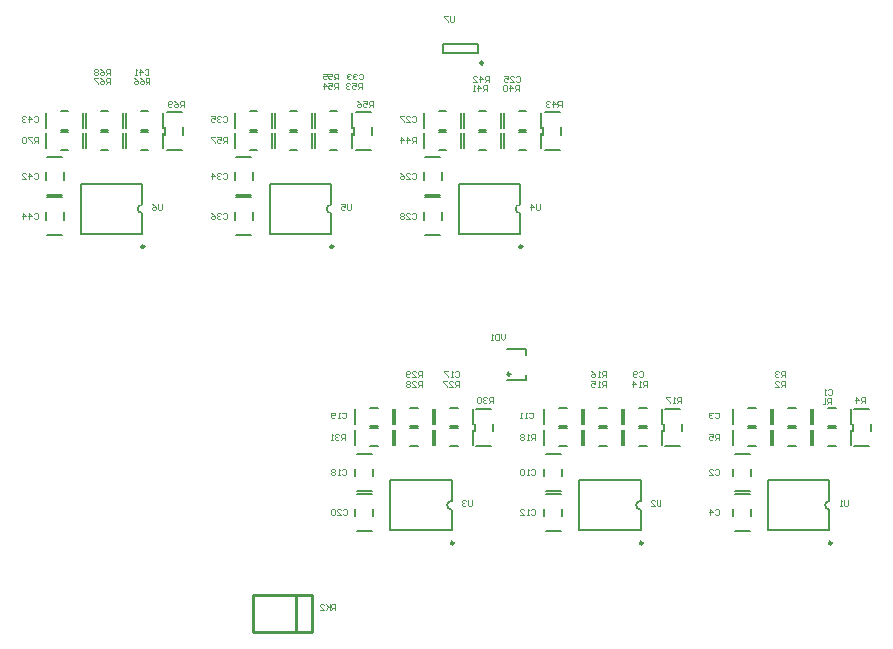
<source format=gbo>
G04*
G04 #@! TF.GenerationSoftware,Altium Limited,Altium Designer,20.1.10 (176)*
G04*
G04 Layer_Color=32896*
%FSAX42Y42*%
%MOMM*%
G71*
G04*
G04 #@! TF.SameCoordinates,63434018-A3C6-436E-83B0-3C2E02A57827*
G04*
G04*
G04 #@! TF.FilePolarity,Positive*
G04*
G01*
G75*
%ADD10C,0.25*%
%ADD12C,0.20*%
%ADD13C,0.15*%
%ADD14C,0.10*%
%ADD88C,0.25*%
D10*
X003288Y000736D02*
Y001054D01*
X003149D02*
X003288D01*
X003149Y000736D02*
Y001054D01*
Y000736D02*
X003288D01*
X002793Y001054D02*
X003149D01*
X002793Y000736D02*
Y001054D01*
Y000736D02*
X003149D01*
D12*
X001850Y004357D02*
G03*
X001850Y004283I000000J-000037D01*
G01*
X007670Y001847D02*
G03*
X007670Y001773I000000J-000037D01*
G01*
X004470Y001847D02*
G03*
X004470Y001773I000000J-000037D01*
G01*
X005050Y004357D02*
G03*
X005050Y004283I000000J-000037D01*
G01*
X003450Y004357D02*
G03*
X003450Y004283I000000J-000037D01*
G01*
X006070Y001847D02*
G03*
X006070Y001773I000000J-000037D01*
G01*
X004690Y005642D02*
Y005712D01*
X004400Y005642D02*
Y005712D01*
Y005642D02*
X004690D01*
X004400Y005712D02*
X004690D01*
X005100Y003085D02*
Y003130D01*
Y002870D02*
Y002915D01*
X004938Y002870D02*
X005100D01*
X004938Y003130D02*
X005100D01*
X001330Y004110D02*
X001850D01*
X001330D02*
Y004526D01*
Y004530D02*
X001850D01*
Y004357D02*
Y004530D01*
Y004110D02*
Y004283D01*
X007150Y001600D02*
X007670D01*
X007150D02*
Y002016D01*
Y002020D02*
X007670D01*
Y001847D02*
Y002020D01*
Y001600D02*
Y001773D01*
X003950Y001600D02*
X004470D01*
X003950D02*
Y002016D01*
Y002020D02*
X004470D01*
Y001847D02*
Y002020D01*
Y001600D02*
Y001773D01*
X004530Y004110D02*
X005050D01*
X004530D02*
Y004526D01*
Y004530D02*
X005050D01*
Y004357D02*
Y004530D01*
Y004110D02*
Y004283D01*
X002930Y004110D02*
X003450D01*
X002930D02*
Y004526D01*
Y004530D02*
X003450D01*
Y004357D02*
Y004530D01*
Y004110D02*
Y004283D01*
X005550Y001600D02*
X006070D01*
X005550D02*
Y002016D01*
Y002020D02*
X006070D01*
Y001847D02*
Y002020D01*
Y001600D02*
Y001773D01*
D13*
X002952Y004831D02*
Y004958D01*
X002635Y004831D02*
Y004958D01*
X002762Y004971D02*
X002825D01*
X002762Y004819D02*
X002825D01*
X003290Y005004D02*
Y005131D01*
X002973Y005004D02*
Y005131D01*
X003100Y005144D02*
X003163D01*
X003100Y004991D02*
X003163D01*
X003290Y004831D02*
Y004958D01*
X002973Y004831D02*
Y004958D01*
X003100Y004971D02*
X003163D01*
X003100Y004819D02*
X003163D01*
X002648Y004419D02*
X002775D01*
X002648Y004101D02*
X002775D01*
X002635Y004228D02*
Y004292D01*
X002787Y004228D02*
Y004292D01*
X002648Y004439D02*
X002775D01*
X002648Y004756D02*
X002775D01*
X002787Y004566D02*
Y004629D01*
X002635Y004566D02*
Y004629D01*
X003628Y004831D02*
Y004958D01*
X003310Y004831D02*
Y004958D01*
X003437Y004971D02*
X003501D01*
X003437Y004819D02*
X003501D01*
X002952Y005004D02*
Y005131D01*
X002635Y005004D02*
Y005131D01*
X002762Y005144D02*
X002825D01*
X002762Y004991D02*
X002825D01*
X001162Y004819D02*
X001225D01*
X001162Y004971D02*
X001225D01*
X001035Y004831D02*
Y004958D01*
X001352Y004831D02*
Y004958D01*
X002200Y004948D02*
Y005012D01*
X002048Y004948D02*
Y005012D01*
X002061Y004821D02*
X002188D01*
X002061Y005138D02*
X002188D01*
X001500Y004991D02*
X001563D01*
X001500Y005144D02*
X001563D01*
X001373Y005004D02*
Y005131D01*
X001690Y005004D02*
Y005131D01*
X001500Y004819D02*
X001563D01*
X001500Y004971D02*
X001563D01*
X001373Y004831D02*
Y004958D01*
X001690Y004831D02*
Y004958D01*
X001837Y004819D02*
X001901D01*
X001837Y004971D02*
X001901D01*
X001710Y004831D02*
Y004958D01*
X002028Y004831D02*
Y004958D01*
X001187Y004228D02*
Y004292D01*
X001035Y004228D02*
Y004292D01*
X001048Y004101D02*
X001175D01*
X001048Y004419D02*
X001175D01*
X001035Y004566D02*
Y004629D01*
X001187Y004566D02*
Y004629D01*
X001048Y004756D02*
X001175D01*
X001048Y004439D02*
X001175D01*
X001162Y004991D02*
X001225D01*
X001162Y005144D02*
X001225D01*
X001035Y005004D02*
Y005131D01*
X001352Y005004D02*
Y005131D01*
X001837Y004991D02*
X001901D01*
X001837Y005144D02*
X001901D01*
X001710Y005004D02*
Y005131D01*
X002028Y005004D02*
Y005131D01*
X005720Y002481D02*
X005783D01*
X005720Y002634D02*
X005783D01*
X005593Y002494D02*
Y002621D01*
X005910Y002494D02*
Y002621D01*
X004120Y002481D02*
X004183D01*
X004120Y002634D02*
X004183D01*
X003993Y002494D02*
Y002621D01*
X004310Y002494D02*
Y002621D01*
X004700Y004991D02*
X004763D01*
X004700Y005144D02*
X004763D01*
X004573Y005004D02*
Y005131D01*
X004890Y005004D02*
Y005131D01*
X007657Y002481D02*
X007721D01*
X007657Y002634D02*
X007721D01*
X007530Y002494D02*
Y002621D01*
X007848Y002494D02*
Y002621D01*
X006855Y002056D02*
Y002119D01*
X007007Y002056D02*
Y002119D01*
X006868Y002246D02*
X006995D01*
X006868Y001929D02*
X006995D01*
X006982Y002481D02*
X007045D01*
X006982Y002634D02*
X007045D01*
X006855Y002494D02*
Y002621D01*
X007172Y002494D02*
Y002621D01*
X007007Y001718D02*
Y001782D01*
X006855Y001718D02*
Y001782D01*
X006868Y001591D02*
X006995D01*
X006868Y001909D02*
X006995D01*
X007657Y002309D02*
X007721D01*
X007657Y002461D02*
X007721D01*
X007530Y002322D02*
Y002449D01*
X007848Y002322D02*
Y002449D01*
X007320Y002309D02*
X007383D01*
X007320Y002461D02*
X007383D01*
X007193Y002322D02*
Y002449D01*
X007510Y002322D02*
Y002449D01*
X007320Y002481D02*
X007383D01*
X007320Y002634D02*
X007383D01*
X007193Y002494D02*
Y002621D01*
X007510Y002494D02*
Y002621D01*
X006982Y002309D02*
X007045D01*
X006982Y002461D02*
X007045D01*
X006855Y002322D02*
Y002449D01*
X007172Y002322D02*
Y002449D01*
X008020Y002438D02*
Y002501D01*
X007868Y002438D02*
Y002501D01*
X007881Y002311D02*
X008008D01*
X007881Y002628D02*
X008008D01*
X003782Y002309D02*
X003845D01*
X003782Y002461D02*
X003845D01*
X003655Y002322D02*
Y002449D01*
X003972Y002322D02*
Y002449D01*
X004362Y004819D02*
X004425D01*
X004362Y004971D02*
X004425D01*
X004235Y004831D02*
Y004958D01*
X004552Y004831D02*
Y004958D01*
X005382Y002309D02*
X005445D01*
X005382Y002461D02*
X005445D01*
X005255Y002322D02*
Y002449D01*
X005572Y002322D02*
Y002449D01*
X004457Y002481D02*
X004521D01*
X004457Y002634D02*
X004521D01*
X004330Y002494D02*
Y002621D01*
X004648Y002494D02*
Y002621D01*
X003782Y002481D02*
X003845D01*
X003782Y002634D02*
X003845D01*
X003655Y002494D02*
Y002621D01*
X003972Y002494D02*
Y002621D01*
X003655Y002056D02*
Y002119D01*
X003807Y002056D02*
Y002119D01*
X003668Y002247D02*
X003795D01*
X003668Y001929D02*
X003795D01*
X003807Y001718D02*
Y001782D01*
X003655Y001718D02*
Y001782D01*
X003668Y001591D02*
X003795D01*
X003668Y001909D02*
X003795D01*
X004457Y002309D02*
X004521D01*
X004457Y002461D02*
X004521D01*
X004330Y002322D02*
Y002449D01*
X004648Y002322D02*
Y002449D01*
X004120Y002309D02*
X004183D01*
X004120Y002461D02*
X004183D01*
X003993Y002322D02*
Y002449D01*
X004310Y002322D02*
Y002449D01*
X004820Y002438D02*
Y002501D01*
X004668Y002438D02*
Y002501D01*
X004681Y002311D02*
X004808D01*
X004681Y002628D02*
X004808D01*
X005037Y004991D02*
X005101D01*
X005037Y005144D02*
X005101D01*
X004910Y005004D02*
Y005131D01*
X005228Y005004D02*
Y005131D01*
X004362Y004991D02*
X004425D01*
X004362Y005144D02*
X004425D01*
X004235Y005004D02*
Y005131D01*
X004552Y005004D02*
Y005131D01*
X004235Y004566D02*
Y004629D01*
X004387Y004566D02*
Y004629D01*
X004248Y004756D02*
X004375D01*
X004248Y004439D02*
X004375D01*
X004387Y004228D02*
Y004292D01*
X004235Y004228D02*
Y004292D01*
X004248Y004101D02*
X004375D01*
X004248Y004419D02*
X004375D01*
X005037Y004819D02*
X005101D01*
X005037Y004971D02*
X005101D01*
X004910Y004831D02*
Y004958D01*
X005228Y004831D02*
Y004958D01*
X004700Y004819D02*
X004763D01*
X004700Y004971D02*
X004763D01*
X004573Y004831D02*
Y004958D01*
X004890Y004831D02*
Y004958D01*
X005400Y004948D02*
Y005012D01*
X005248Y004948D02*
Y005012D01*
X005261Y004821D02*
X005388D01*
X005261Y005138D02*
X005388D01*
X003437Y004991D02*
X003501D01*
X003437Y005144D02*
X003501D01*
X003310Y005004D02*
Y005131D01*
X003628Y005004D02*
Y005131D01*
X003800Y004948D02*
Y005012D01*
X003648Y004948D02*
Y005012D01*
X003661Y004821D02*
X003788D01*
X003661Y005138D02*
X003788D01*
X005255Y002056D02*
Y002119D01*
X005407Y002056D02*
Y002119D01*
X005268Y002246D02*
X005395D01*
X005268Y001929D02*
X005395D01*
X005382Y002481D02*
X005445D01*
X005382Y002634D02*
X005445D01*
X005255Y002494D02*
Y002621D01*
X005572Y002494D02*
Y002621D01*
X005407Y001718D02*
Y001782D01*
X005255Y001718D02*
Y001782D01*
X005268Y001591D02*
X005395D01*
X005268Y001909D02*
X005395D01*
X006420Y002438D02*
Y002501D01*
X006268Y002438D02*
Y002501D01*
X006281Y002311D02*
X006408D01*
X006281Y002628D02*
X006408D01*
X005720Y002309D02*
X005783D01*
X005720Y002461D02*
X005783D01*
X005593Y002322D02*
Y002449D01*
X005910Y002322D02*
Y002449D01*
X006057Y002309D02*
X006121D01*
X006057Y002461D02*
X006121D01*
X005930Y002322D02*
Y002449D01*
X006248Y002322D02*
Y002449D01*
X006057Y002481D02*
X006121D01*
X006057Y002634D02*
X006121D01*
X005930Y002494D02*
Y002621D01*
X006248Y002494D02*
Y002621D01*
D14*
X007823Y001852D02*
Y001810D01*
X007814Y001802D01*
X007798D01*
X007789Y001810D01*
Y001852D01*
X007773Y001802D02*
X007756D01*
X007764D01*
Y001852D01*
X007773Y001844D01*
X007971Y002675D02*
Y002725D01*
X007946D01*
X007938Y002717D01*
Y002700D01*
X007946Y002692D01*
X007971D01*
X007954D02*
X007938Y002675D01*
X007896D02*
Y002725D01*
X007921Y002700D01*
X007888D01*
X006735Y002365D02*
Y002415D01*
X006710D01*
X006702Y002407D01*
Y002390D01*
X006710Y002382D01*
X006735D01*
X006718D02*
X006702Y002365D01*
X006652Y002415D02*
X006685D01*
Y002390D01*
X006668Y002398D01*
X006660D01*
X006652Y002390D01*
Y002373D01*
X006660Y002365D01*
X006677D01*
X006685Y002373D01*
X007292Y002895D02*
Y002945D01*
X007267D01*
X007258Y002936D01*
Y002920D01*
X007267Y002911D01*
X007292D01*
X007275D02*
X007258Y002895D01*
X007242Y002936D02*
X007233Y002945D01*
X007217D01*
X007208Y002936D01*
Y002928D01*
X007217Y002920D01*
X007225D01*
X007217D01*
X007208Y002911D01*
Y002903D01*
X007217Y002895D01*
X007233D01*
X007242Y002903D01*
X007292Y002815D02*
Y002865D01*
X007267D01*
X007258Y002856D01*
Y002840D01*
X007267Y002831D01*
X007292D01*
X007275D02*
X007258Y002815D01*
X007208D02*
X007242D01*
X007208Y002848D01*
Y002856D01*
X007217Y002865D01*
X007233D01*
X007242Y002856D01*
X007686Y002665D02*
Y002715D01*
X007661D01*
X007653Y002706D01*
Y002690D01*
X007661Y002681D01*
X007686D01*
X007669D02*
X007653Y002665D01*
X007636D02*
X007619D01*
X007628D01*
Y002715D01*
X007636Y002706D01*
X006702Y001767D02*
X006710Y001775D01*
X006727D01*
X006735Y001767D01*
Y001733D01*
X006727Y001725D01*
X006710D01*
X006702Y001733D01*
X006660Y001725D02*
Y001775D01*
X006685Y001750D01*
X006652D01*
X006702Y002587D02*
X006710Y002595D01*
X006727D01*
X006735Y002587D01*
Y002553D01*
X006727Y002545D01*
X006710D01*
X006702Y002553D01*
X006685Y002587D02*
X006677Y002595D01*
X006660D01*
X006652Y002587D01*
Y002578D01*
X006660Y002570D01*
X006668D01*
X006660D01*
X006652Y002562D01*
Y002553D01*
X006660Y002545D01*
X006677D01*
X006685Y002553D01*
X006702Y002106D02*
X006710Y002115D01*
X006727D01*
X006735Y002106D01*
Y002073D01*
X006727Y002065D01*
X006710D01*
X006702Y002073D01*
X006652Y002065D02*
X006685D01*
X006652Y002098D01*
Y002106D01*
X006660Y002115D01*
X006677D01*
X006685Y002106D01*
X007661Y002786D02*
X007669Y002795D01*
X007686D01*
X007694Y002786D01*
Y002753D01*
X007686Y002745D01*
X007669D01*
X007661Y002753D01*
X007644Y002745D02*
X007628D01*
X007636D01*
Y002795D01*
X007644Y002786D01*
X004919Y003260D02*
Y003227D01*
X004902Y003210D01*
X004885Y003227D01*
Y003260D01*
X004869D02*
Y003210D01*
X004844D01*
X004835Y003219D01*
Y003252D01*
X004844Y003260D01*
X004869D01*
X004819Y003210D02*
X004802D01*
X004810D01*
Y003260D01*
X004819Y003252D01*
X004492Y005950D02*
Y005908D01*
X004483Y005900D01*
X004467D01*
X004458Y005908D01*
Y005950D01*
X004442D02*
X004408D01*
Y005942D01*
X004442Y005908D01*
Y005900D01*
X002019Y004362D02*
Y004320D01*
X002011Y004312D01*
X001994D01*
X001986Y004320D01*
Y004362D01*
X001936D02*
X001953Y004354D01*
X001969Y004337D01*
Y004320D01*
X001961Y004312D01*
X001944D01*
X001936Y004320D01*
Y004329D01*
X001944Y004337D01*
X001969D01*
X003619Y004362D02*
Y004320D01*
X003611Y004312D01*
X003594D01*
X003586Y004320D01*
Y004362D01*
X003536D02*
X003569D01*
Y004337D01*
X003553Y004345D01*
X003544D01*
X003536Y004337D01*
Y004320D01*
X003544Y004312D01*
X003561D01*
X003569Y004320D01*
X005219Y004362D02*
Y004320D01*
X005211Y004312D01*
X005194D01*
X005186Y004320D01*
Y004362D01*
X005144Y004312D02*
Y004362D01*
X005169Y004337D01*
X005136D01*
X004639Y001852D02*
Y001810D01*
X004631Y001802D01*
X004614D01*
X004606Y001810D01*
Y001852D01*
X004589Y001844D02*
X004581Y001852D01*
X004564D01*
X004556Y001844D01*
Y001835D01*
X004564Y001827D01*
X004573D01*
X004564D01*
X004556Y001819D01*
Y001810D01*
X004564Y001802D01*
X004581D01*
X004589Y001810D01*
X006239Y001852D02*
Y001810D01*
X006231Y001802D01*
X006214D01*
X006206Y001810D01*
Y001852D01*
X006156Y001802D02*
X006189D01*
X006156Y001835D01*
Y001844D01*
X006164Y001852D01*
X006181D01*
X006189Y001844D01*
X000965Y004875D02*
Y004925D01*
X000940D01*
X000932Y004917D01*
Y004900D01*
X000940Y004892D01*
X000965D01*
X000948D02*
X000932Y004875D01*
X000915Y004925D02*
X000882D01*
Y004917D01*
X000915Y004883D01*
Y004875D01*
X000865Y004917D02*
X000857Y004925D01*
X000840D01*
X000832Y004917D01*
Y004883D01*
X000840Y004875D01*
X000857D01*
X000865Y004883D01*
Y004917D01*
X002201Y005185D02*
Y005235D01*
X002176D01*
X002167Y005227D01*
Y005210D01*
X002176Y005202D01*
X002201D01*
X002184D02*
X002167Y005185D01*
X002118Y005235D02*
X002134Y005227D01*
X002151Y005210D01*
Y005193D01*
X002142Y005185D01*
X002126D01*
X002118Y005193D01*
Y005202D01*
X002126Y005210D01*
X002151D01*
X002101Y005193D02*
X002093Y005185D01*
X002076D01*
X002068Y005193D01*
Y005227D01*
X002076Y005235D01*
X002093D01*
X002101Y005227D01*
Y005218D01*
X002093Y005210D01*
X002068D01*
X001577Y005455D02*
Y005505D01*
X001552D01*
X001543Y005496D01*
Y005480D01*
X001552Y005471D01*
X001577D01*
X001560D02*
X001543Y005455D01*
X001493Y005505D02*
X001510Y005496D01*
X001527Y005480D01*
Y005463D01*
X001518Y005455D01*
X001502D01*
X001493Y005463D01*
Y005471D01*
X001502Y005480D01*
X001527D01*
X001477Y005496D02*
X001468Y005505D01*
X001452D01*
X001443Y005496D01*
Y005488D01*
X001452Y005480D01*
X001443Y005471D01*
Y005463D01*
X001452Y005455D01*
X001468D01*
X001477Y005463D01*
Y005471D01*
X001468Y005480D01*
X001477Y005488D01*
Y005496D01*
X001468Y005480D02*
X001452D01*
X001577Y005375D02*
Y005425D01*
X001552D01*
X001543Y005416D01*
Y005400D01*
X001552Y005391D01*
X001577D01*
X001560D02*
X001543Y005375D01*
X001493Y005425D02*
X001510Y005416D01*
X001527Y005400D01*
Y005383D01*
X001518Y005375D01*
X001502D01*
X001493Y005383D01*
Y005391D01*
X001502Y005400D01*
X001527D01*
X001477Y005425D02*
X001443D01*
Y005416D01*
X001477Y005383D01*
Y005375D01*
X001912D02*
Y005425D01*
X001887D01*
X001879Y005416D01*
Y005400D01*
X001887Y005391D01*
X001912D01*
X001896D02*
X001879Y005375D01*
X001829Y005425D02*
X001846Y005416D01*
X001862Y005400D01*
Y005383D01*
X001854Y005375D01*
X001838D01*
X001829Y005383D01*
Y005391D01*
X001838Y005400D01*
X001862D01*
X001779Y005425D02*
X001796Y005416D01*
X001813Y005400D01*
Y005383D01*
X001804Y005375D01*
X001788D01*
X001779Y005383D01*
Y005391D01*
X001788Y005400D01*
X001813D01*
X002565Y004875D02*
Y004925D01*
X002540D01*
X002532Y004917D01*
Y004900D01*
X002540Y004892D01*
X002565D01*
X002548D02*
X002532Y004875D01*
X002482Y004925D02*
X002515D01*
Y004900D01*
X002498Y004908D01*
X002490D01*
X002482Y004900D01*
Y004883D01*
X002490Y004875D01*
X002507D01*
X002515Y004883D01*
X002465Y004925D02*
X002432D01*
Y004917D01*
X002465Y004883D01*
Y004875D01*
X003801Y005185D02*
Y005235D01*
X003776D01*
X003767Y005227D01*
Y005210D01*
X003776Y005202D01*
X003801D01*
X003784D02*
X003767Y005185D01*
X003718Y005235D02*
X003751D01*
Y005210D01*
X003734Y005218D01*
X003726D01*
X003718Y005210D01*
Y005193D01*
X003726Y005185D01*
X003742D01*
X003751Y005193D01*
X003668Y005235D02*
X003684Y005227D01*
X003701Y005210D01*
Y005193D01*
X003693Y005185D01*
X003676D01*
X003668Y005193D01*
Y005202D01*
X003676Y005210D01*
X003701D01*
X003512Y005415D02*
Y005465D01*
X003487D01*
X003478Y005456D01*
Y005440D01*
X003487Y005431D01*
X003512D01*
X003495D02*
X003478Y005415D01*
X003428Y005465D02*
X003462D01*
Y005440D01*
X003445Y005448D01*
X003437D01*
X003428Y005440D01*
Y005423D01*
X003437Y005415D01*
X003453D01*
X003462Y005423D01*
X003378Y005465D02*
X003412D01*
Y005440D01*
X003395Y005448D01*
X003387D01*
X003378Y005440D01*
Y005423D01*
X003387Y005415D01*
X003403D01*
X003412Y005423D01*
X003512Y005335D02*
Y005385D01*
X003487D01*
X003478Y005376D01*
Y005360D01*
X003487Y005351D01*
X003512D01*
X003495D02*
X003478Y005335D01*
X003428Y005385D02*
X003462D01*
Y005360D01*
X003445Y005368D01*
X003437D01*
X003428Y005360D01*
Y005343D01*
X003437Y005335D01*
X003453D01*
X003462Y005343D01*
X003387Y005335D02*
Y005385D01*
X003412Y005360D01*
X003378D01*
X003712Y005335D02*
Y005385D01*
X003687D01*
X003679Y005376D01*
Y005360D01*
X003687Y005351D01*
X003712D01*
X003696D02*
X003679Y005335D01*
X003629Y005385D02*
X003662D01*
Y005360D01*
X003646Y005368D01*
X003638D01*
X003629Y005360D01*
Y005343D01*
X003638Y005335D01*
X003654D01*
X003662Y005343D01*
X003613Y005376D02*
X003604Y005385D01*
X003588D01*
X003579Y005376D01*
Y005368D01*
X003588Y005360D01*
X003596D01*
X003588D01*
X003579Y005351D01*
Y005343D01*
X003588Y005335D01*
X003604D01*
X003613Y005343D01*
X004165Y004875D02*
Y004925D01*
X004140D01*
X004132Y004917D01*
Y004900D01*
X004140Y004892D01*
X004165D01*
X004148D02*
X004132Y004875D01*
X004090D02*
Y004925D01*
X004115Y004900D01*
X004082D01*
X004040Y004875D02*
Y004925D01*
X004065Y004900D01*
X004032D01*
X005401Y005185D02*
Y005235D01*
X005376D01*
X005367Y005227D01*
Y005210D01*
X005376Y005202D01*
X005401D01*
X005384D02*
X005367Y005185D01*
X005326D02*
Y005235D01*
X005351Y005210D01*
X005318D01*
X005301Y005227D02*
X005293Y005235D01*
X005276D01*
X005268Y005227D01*
Y005218D01*
X005276Y005210D01*
X005284D01*
X005276D01*
X005268Y005202D01*
Y005193D01*
X005276Y005185D01*
X005293D01*
X005301Y005193D01*
X004787Y005395D02*
Y005445D01*
X004762D01*
X004753Y005436D01*
Y005420D01*
X004762Y005411D01*
X004787D01*
X004770D02*
X004753Y005395D01*
X004712D02*
Y005445D01*
X004737Y005420D01*
X004703D01*
X004653Y005395D02*
X004687D01*
X004653Y005428D01*
Y005436D01*
X004662Y005445D01*
X004678D01*
X004687Y005436D01*
X004770Y005315D02*
Y005365D01*
X004745D01*
X004737Y005356D01*
Y005340D01*
X004745Y005331D01*
X004770D01*
X004753D02*
X004737Y005315D01*
X004695D02*
Y005365D01*
X004720Y005340D01*
X004687D01*
X004670Y005315D02*
X004653D01*
X004662D01*
Y005365D01*
X004670Y005356D01*
X005042Y005315D02*
Y005365D01*
X005017D01*
X005009Y005356D01*
Y005340D01*
X005017Y005331D01*
X005042D01*
X005026D02*
X005009Y005315D01*
X004968D02*
Y005365D01*
X004992Y005340D01*
X004959D01*
X004943Y005356D02*
X004934Y005365D01*
X004918D01*
X004909Y005356D01*
Y005323D01*
X004918Y005315D01*
X004934D01*
X004943Y005323D01*
Y005356D01*
X003568Y002365D02*
Y002415D01*
X003543D01*
X003535Y002407D01*
Y002390D01*
X003543Y002382D01*
X003568D01*
X003552D02*
X003535Y002365D01*
X003518Y002407D02*
X003510Y002415D01*
X003493D01*
X003485Y002407D01*
Y002398D01*
X003493Y002390D01*
X003502D01*
X003493D01*
X003485Y002382D01*
Y002373D01*
X003493Y002365D01*
X003510D01*
X003518Y002373D01*
X003468Y002365D02*
X003452D01*
X003460D01*
Y002415D01*
X003468Y002407D01*
X004821Y002675D02*
Y002725D01*
X004796D01*
X004787Y002717D01*
Y002700D01*
X004796Y002692D01*
X004821D01*
X004804D02*
X004787Y002675D01*
X004771Y002717D02*
X004762Y002725D01*
X004746D01*
X004738Y002717D01*
Y002708D01*
X004746Y002700D01*
X004754D01*
X004746D01*
X004738Y002692D01*
Y002683D01*
X004746Y002675D01*
X004762D01*
X004771Y002683D01*
X004721Y002717D02*
X004713Y002725D01*
X004696D01*
X004688Y002717D01*
Y002683D01*
X004696Y002675D01*
X004713D01*
X004721Y002683D01*
Y002717D01*
X004217Y002895D02*
Y002945D01*
X004192D01*
X004183Y002936D01*
Y002920D01*
X004192Y002911D01*
X004217D01*
X004200D02*
X004183Y002895D01*
X004133D02*
X004167D01*
X004133Y002928D01*
Y002936D01*
X004142Y002945D01*
X004158D01*
X004167Y002936D01*
X004117Y002903D02*
X004108Y002895D01*
X004092D01*
X004083Y002903D01*
Y002936D01*
X004092Y002945D01*
X004108D01*
X004117Y002936D01*
Y002928D01*
X004108Y002920D01*
X004083D01*
X004217Y002815D02*
Y002865D01*
X004192D01*
X004183Y002856D01*
Y002840D01*
X004192Y002831D01*
X004217D01*
X004200D02*
X004183Y002815D01*
X004133D02*
X004167D01*
X004133Y002848D01*
Y002856D01*
X004142Y002865D01*
X004158D01*
X004167Y002856D01*
X004117D02*
X004108Y002865D01*
X004092D01*
X004083Y002856D01*
Y002848D01*
X004092Y002840D01*
X004083Y002831D01*
Y002823D01*
X004092Y002815D01*
X004108D01*
X004117Y002823D01*
Y002831D01*
X004108Y002840D01*
X004117Y002848D01*
Y002856D01*
X004108Y002840D02*
X004092D01*
X004532Y002815D02*
Y002865D01*
X004507D01*
X004499Y002856D01*
Y002840D01*
X004507Y002831D01*
X004532D01*
X004516D02*
X004499Y002815D01*
X004449D02*
X004482D01*
X004449Y002848D01*
Y002856D01*
X004458Y002865D01*
X004474D01*
X004482Y002856D01*
X004433Y002865D02*
X004399D01*
Y002856D01*
X004433Y002823D01*
Y002815D01*
X005177Y002365D02*
Y002415D01*
X005152D01*
X005143Y002407D01*
Y002390D01*
X005152Y002382D01*
X005177D01*
X005160D02*
X005143Y002365D01*
X005127D02*
X005110D01*
X005118D01*
Y002415D01*
X005127Y002407D01*
X005085D02*
X005077Y002415D01*
X005060D01*
X005052Y002407D01*
Y002398D01*
X005060Y002390D01*
X005052Y002382D01*
Y002373D01*
X005060Y002365D01*
X005077D01*
X005085Y002373D01*
Y002382D01*
X005077Y002390D01*
X005085Y002398D01*
Y002407D01*
X005077Y002390D02*
X005060D01*
X006412Y002675D02*
Y002725D01*
X006387D01*
X006379Y002717D01*
Y002700D01*
X006387Y002692D01*
X006412D01*
X006396D02*
X006379Y002675D01*
X006362D02*
X006346D01*
X006354D01*
Y002725D01*
X006362Y002717D01*
X006321Y002725D02*
X006288D01*
Y002717D01*
X006321Y002683D01*
Y002675D01*
X005778Y002895D02*
Y002945D01*
X005753D01*
X005745Y002936D01*
Y002920D01*
X005753Y002911D01*
X005778D01*
X005762D02*
X005745Y002895D01*
X005728D02*
X005712D01*
X005720D01*
Y002945D01*
X005728Y002936D01*
X005653Y002945D02*
X005670Y002936D01*
X005687Y002920D01*
Y002903D01*
X005678Y002895D01*
X005662D01*
X005653Y002903D01*
Y002911D01*
X005662Y002920D01*
X005687D01*
X005778Y002815D02*
Y002865D01*
X005753D01*
X005745Y002856D01*
Y002840D01*
X005753Y002831D01*
X005778D01*
X005762D02*
X005745Y002815D01*
X005728D02*
X005712D01*
X005720D01*
Y002865D01*
X005728Y002856D01*
X005653Y002865D02*
X005687D01*
Y002840D01*
X005670Y002848D01*
X005662D01*
X005653Y002840D01*
Y002823D01*
X005662Y002815D01*
X005678D01*
X005687Y002823D01*
X006124Y002815D02*
Y002865D01*
X006099D01*
X006091Y002856D01*
Y002840D01*
X006099Y002831D01*
X006124D01*
X006107D02*
X006091Y002815D01*
X006074D02*
X006058D01*
X006066D01*
Y002865D01*
X006074Y002856D01*
X006008Y002815D02*
Y002865D01*
X006033Y002840D01*
X005999D01*
X000932Y004277D02*
X000940Y004285D01*
X000957D01*
X000965Y004277D01*
Y004243D01*
X000957Y004235D01*
X000940D01*
X000932Y004243D01*
X000890Y004235D02*
Y004285D01*
X000915Y004260D01*
X000882D01*
X000840Y004235D02*
Y004285D01*
X000865Y004260D01*
X000832D01*
X000932Y004616D02*
X000940Y004625D01*
X000957D01*
X000965Y004616D01*
Y004583D01*
X000957Y004575D01*
X000940D01*
X000932Y004583D01*
X000890Y004575D02*
Y004625D01*
X000915Y004600D01*
X000882D01*
X000832Y004575D02*
X000865D01*
X000832Y004608D01*
Y004616D01*
X000840Y004625D01*
X000857D01*
X000865Y004616D01*
X000932Y005097D02*
X000940Y005105D01*
X000957D01*
X000965Y005097D01*
Y005063D01*
X000957Y005055D01*
X000940D01*
X000932Y005063D01*
X000890Y005055D02*
Y005105D01*
X000915Y005080D01*
X000882D01*
X000865Y005097D02*
X000857Y005105D01*
X000840D01*
X000832Y005097D01*
Y005088D01*
X000840Y005080D01*
X000848D01*
X000840D01*
X000832Y005072D01*
Y005063D01*
X000840Y005055D01*
X000857D01*
X000865Y005063D01*
X002532Y004277D02*
X002540Y004285D01*
X002557D01*
X002565Y004277D01*
Y004243D01*
X002557Y004235D01*
X002540D01*
X002532Y004243D01*
X002515Y004277D02*
X002507Y004285D01*
X002490D01*
X002482Y004277D01*
Y004268D01*
X002490Y004260D01*
X002498D01*
X002490D01*
X002482Y004252D01*
Y004243D01*
X002490Y004235D01*
X002507D01*
X002515Y004243D01*
X002432Y004285D02*
X002448Y004277D01*
X002465Y004260D01*
Y004243D01*
X002457Y004235D01*
X002440D01*
X002432Y004243D01*
Y004252D01*
X002440Y004260D01*
X002465D01*
X001871Y005496D02*
X001879Y005505D01*
X001896D01*
X001904Y005496D01*
Y005463D01*
X001896Y005455D01*
X001879D01*
X001871Y005463D01*
X001829Y005455D02*
Y005505D01*
X001854Y005480D01*
X001821D01*
X001804Y005455D02*
X001788D01*
X001796D01*
Y005505D01*
X001804Y005496D01*
X002532Y004616D02*
X002540Y004625D01*
X002557D01*
X002565Y004616D01*
Y004583D01*
X002557Y004575D01*
X002540D01*
X002532Y004583D01*
X002515Y004616D02*
X002507Y004625D01*
X002490D01*
X002482Y004616D01*
Y004608D01*
X002490Y004600D01*
X002498D01*
X002490D01*
X002482Y004591D01*
Y004583D01*
X002490Y004575D01*
X002507D01*
X002515Y004583D01*
X002440Y004575D02*
Y004625D01*
X002465Y004600D01*
X002432D01*
X002532Y005097D02*
X002540Y005105D01*
X002557D01*
X002565Y005097D01*
Y005063D01*
X002557Y005055D01*
X002540D01*
X002532Y005063D01*
X002515Y005097D02*
X002507Y005105D01*
X002490D01*
X002482Y005097D01*
Y005088D01*
X002490Y005080D01*
X002498D01*
X002490D01*
X002482Y005072D01*
Y005063D01*
X002490Y005055D01*
X002507D01*
X002515Y005063D01*
X002432Y005105D02*
X002465D01*
Y005080D01*
X002448Y005088D01*
X002440D01*
X002432Y005080D01*
Y005063D01*
X002440Y005055D01*
X002457D01*
X002465Y005063D01*
X003687Y005456D02*
X003696Y005465D01*
X003712D01*
X003721Y005456D01*
Y005423D01*
X003712Y005415D01*
X003696D01*
X003687Y005423D01*
X003671Y005456D02*
X003662Y005465D01*
X003646D01*
X003638Y005456D01*
Y005448D01*
X003646Y005440D01*
X003654D01*
X003646D01*
X003638Y005431D01*
Y005423D01*
X003646Y005415D01*
X003662D01*
X003671Y005423D01*
X003621Y005456D02*
X003613Y005465D01*
X003596D01*
X003588Y005456D01*
Y005448D01*
X003596Y005440D01*
X003604D01*
X003596D01*
X003588Y005431D01*
Y005423D01*
X003596Y005415D01*
X003613D01*
X003621Y005423D01*
X004132Y004277D02*
X004140Y004285D01*
X004157D01*
X004165Y004277D01*
Y004243D01*
X004157Y004235D01*
X004140D01*
X004132Y004243D01*
X004082Y004235D02*
X004115D01*
X004082Y004268D01*
Y004277D01*
X004090Y004285D01*
X004107D01*
X004115Y004277D01*
X004065D02*
X004057Y004285D01*
X004040D01*
X004032Y004277D01*
Y004268D01*
X004040Y004260D01*
X004032Y004252D01*
Y004243D01*
X004040Y004235D01*
X004057D01*
X004065Y004243D01*
Y004252D01*
X004057Y004260D01*
X004065Y004268D01*
Y004277D01*
X004057Y004260D02*
X004040D01*
X004132Y004616D02*
X004140Y004625D01*
X004157D01*
X004165Y004616D01*
Y004583D01*
X004157Y004575D01*
X004140D01*
X004132Y004583D01*
X004082Y004575D02*
X004115D01*
X004082Y004608D01*
Y004616D01*
X004090Y004625D01*
X004107D01*
X004115Y004616D01*
X004032Y004625D02*
X004048Y004616D01*
X004065Y004600D01*
Y004583D01*
X004057Y004575D01*
X004040D01*
X004032Y004583D01*
Y004591D01*
X004040Y004600D01*
X004065D01*
X004132Y005097D02*
X004140Y005105D01*
X004157D01*
X004165Y005097D01*
Y005063D01*
X004157Y005055D01*
X004140D01*
X004132Y005063D01*
X004082Y005055D02*
X004115D01*
X004082Y005088D01*
Y005097D01*
X004090Y005105D01*
X004107D01*
X004115Y005097D01*
X004065Y005105D02*
X004032D01*
Y005097D01*
X004065Y005063D01*
Y005055D01*
X005017Y005436D02*
X005026Y005445D01*
X005042D01*
X005051Y005436D01*
Y005403D01*
X005042Y005395D01*
X005026D01*
X005017Y005403D01*
X004968Y005395D02*
X005001D01*
X004968Y005428D01*
Y005436D01*
X004976Y005445D01*
X004992D01*
X005001Y005436D01*
X004918Y005445D02*
X004951D01*
Y005420D01*
X004934Y005428D01*
X004926D01*
X004918Y005420D01*
Y005403D01*
X004926Y005395D01*
X004943D01*
X004951Y005403D01*
X003552Y001767D02*
X003560Y001775D01*
X003577D01*
X003585Y001767D01*
Y001733D01*
X003577Y001725D01*
X003560D01*
X003552Y001733D01*
X003502Y001725D02*
X003535D01*
X003502Y001758D01*
Y001767D01*
X003510Y001775D01*
X003527D01*
X003535Y001767D01*
X003485D02*
X003477Y001775D01*
X003460D01*
X003452Y001767D01*
Y001733D01*
X003460Y001725D01*
X003477D01*
X003485Y001733D01*
Y001767D01*
X003543Y002106D02*
X003552Y002115D01*
X003568D01*
X003577Y002106D01*
Y002073D01*
X003568Y002065D01*
X003552D01*
X003543Y002073D01*
X003527Y002065D02*
X003510D01*
X003518D01*
Y002115D01*
X003527Y002106D01*
X003485D02*
X003477Y002115D01*
X003460D01*
X003452Y002106D01*
Y002098D01*
X003460Y002090D01*
X003452Y002081D01*
Y002073D01*
X003460Y002065D01*
X003477D01*
X003485Y002073D01*
Y002081D01*
X003477Y002090D01*
X003485Y002098D01*
Y002106D01*
X003477Y002090D02*
X003460D01*
X003543Y002587D02*
X003552Y002595D01*
X003568D01*
X003577Y002587D01*
Y002553D01*
X003568Y002545D01*
X003552D01*
X003543Y002553D01*
X003527Y002545D02*
X003510D01*
X003518D01*
Y002595D01*
X003527Y002587D01*
X003485Y002553D02*
X003477Y002545D01*
X003460D01*
X003452Y002553D01*
Y002587D01*
X003460Y002595D01*
X003477D01*
X003485Y002587D01*
Y002578D01*
X003477Y002570D01*
X003452D01*
X004499Y002936D02*
X004507Y002945D01*
X004524D01*
X004532Y002936D01*
Y002903D01*
X004524Y002895D01*
X004507D01*
X004499Y002903D01*
X004482Y002895D02*
X004466D01*
X004474D01*
Y002945D01*
X004482Y002936D01*
X004441Y002945D02*
X004408D01*
Y002936D01*
X004441Y002903D01*
Y002895D01*
X005143Y001767D02*
X005152Y001775D01*
X005168D01*
X005177Y001767D01*
Y001733D01*
X005168Y001725D01*
X005152D01*
X005143Y001733D01*
X005127Y001725D02*
X005110D01*
X005118D01*
Y001775D01*
X005127Y001767D01*
X005052Y001725D02*
X005085D01*
X005052Y001758D01*
Y001767D01*
X005060Y001775D01*
X005077D01*
X005085Y001767D01*
X005127Y002587D02*
X005135Y002595D01*
X005152D01*
X005160Y002587D01*
Y002553D01*
X005152Y002545D01*
X005135D01*
X005127Y002553D01*
X005110Y002545D02*
X005093D01*
X005102D01*
Y002595D01*
X005110Y002587D01*
X005068Y002545D02*
X005052D01*
X005060D01*
Y002595D01*
X005068Y002587D01*
X005143Y002106D02*
X005152Y002115D01*
X005168D01*
X005177Y002106D01*
Y002073D01*
X005168Y002065D01*
X005152D01*
X005143Y002073D01*
X005127Y002065D02*
X005110D01*
X005118D01*
Y002115D01*
X005127Y002106D01*
X005085D02*
X005077Y002115D01*
X005060D01*
X005052Y002106D01*
Y002073D01*
X005060Y002065D01*
X005077D01*
X005085Y002073D01*
Y002106D01*
X006058Y002936D02*
X006066Y002945D01*
X006082D01*
X006091Y002936D01*
Y002903D01*
X006082Y002895D01*
X006066D01*
X006058Y002903D01*
X006041D02*
X006033Y002895D01*
X006016D01*
X006008Y002903D01*
Y002936D01*
X006016Y002945D01*
X006033D01*
X006041Y002936D01*
Y002928D01*
X006033Y002920D01*
X006008D01*
X003487Y000920D02*
Y000970D01*
X003462D01*
X003453Y000962D01*
Y000945D01*
X003462Y000937D01*
X003487D01*
X003470D02*
X003453Y000920D01*
X003437Y000970D02*
Y000920D01*
Y000937D01*
X003403Y000970D01*
X003428Y000945D01*
X003403Y000920D01*
X003353D02*
X003387D01*
X003353Y000953D01*
Y000962D01*
X003362Y000970D01*
X003378D01*
X003387Y000962D01*
D88*
X004738Y005555D02*
G03*
X004738Y005555I-000012J000000D01*
G01*
X004967Y002920D02*
G03*
X004967Y002920I-000012J000000D01*
G01*
X001867Y004000D02*
G03*
X001867Y004000I-000012J000000D01*
G01*
X007688Y001490D02*
G03*
X007688Y001490I-000012J000000D01*
G01*
X004488Y001490D02*
G03*
X004488Y001490I-000012J000000D01*
G01*
X005067Y004000D02*
G03*
X005067Y004000I-000012J000000D01*
G01*
X003467D02*
G03*
X003467Y004000I-000012J000000D01*
G01*
X006088Y001490D02*
G03*
X006088Y001490I-000012J000000D01*
G01*
M02*

</source>
